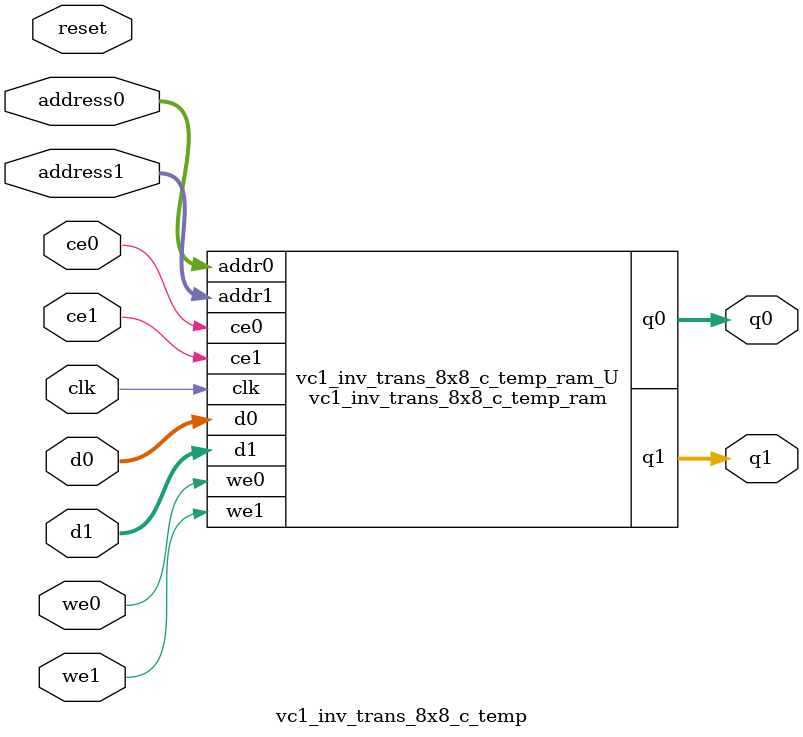
<source format=v>
`timescale 1 ns / 1 ps
module vc1_inv_trans_8x8_c_temp_ram (addr0, ce0, d0, we0, q0, addr1, ce1, d1, we1, q1,  clk);

parameter DWIDTH = 29;
parameter AWIDTH = 6;
parameter MEM_SIZE = 64;

input[AWIDTH-1:0] addr0;
input ce0;
input[DWIDTH-1:0] d0;
input we0;
output reg[DWIDTH-1:0] q0;
input[AWIDTH-1:0] addr1;
input ce1;
input[DWIDTH-1:0] d1;
input we1;
output reg[DWIDTH-1:0] q1;
input clk;

(* ram_style = "block" *)reg [DWIDTH-1:0] ram[0:MEM_SIZE-1];




always @(posedge clk)  
begin 
    if (ce0) 
    begin
        if (we0) 
        begin 
            ram[addr0] <= d0; 
        end 
        q0 <= ram[addr0];
    end
end


always @(posedge clk)  
begin 
    if (ce1) 
    begin
        if (we1) 
        begin 
            ram[addr1] <= d1; 
        end 
        q1 <= ram[addr1];
    end
end


endmodule

`timescale 1 ns / 1 ps
module vc1_inv_trans_8x8_c_temp(
    reset,
    clk,
    address0,
    ce0,
    we0,
    d0,
    q0,
    address1,
    ce1,
    we1,
    d1,
    q1);

parameter DataWidth = 32'd29;
parameter AddressRange = 32'd64;
parameter AddressWidth = 32'd6;
input reset;
input clk;
input[AddressWidth - 1:0] address0;
input ce0;
input we0;
input[DataWidth - 1:0] d0;
output[DataWidth - 1:0] q0;
input[AddressWidth - 1:0] address1;
input ce1;
input we1;
input[DataWidth - 1:0] d1;
output[DataWidth - 1:0] q1;



vc1_inv_trans_8x8_c_temp_ram vc1_inv_trans_8x8_c_temp_ram_U(
    .clk( clk ),
    .addr0( address0 ),
    .ce0( ce0 ),
    .we0( we0 ),
    .d0( d0 ),
    .q0( q0 ),
    .addr1( address1 ),
    .ce1( ce1 ),
    .we1( we1 ),
    .d1( d1 ),
    .q1( q1 ));

endmodule


</source>
